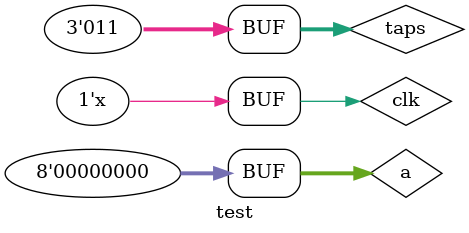
<source format=v>
module test;

    // Inputs
    reg clk;
    reg signed [2:0] taps ;
    reg signed [7:0] a;

    // Outputs
    wire signed [7:0] b;

    // Instantiate the Unit Under Test (UUT)
    preemph uut (
        .clk(clk),
	.taps(taps), 
        .a(a), 
        .b(b)
    );
    
    //Generate a clock with 10 ns clock period.
    initial clk = 0;
    always #5 clk =~clk;

//Initialize and apply the inputs.
    initial begin
/*
  a = -2;taps[0] = -1;taps[1] = 2;taps[2]=-1; #10;
          a = 3;taps[0] = -1;taps[1] = 2;taps[2]=-1; #10;
          a = 7;taps[0] = -1;taps[1] = 2;taps[2]=-1;  #10;
          a = -5;taps[0] = -1;taps[1] = 2;taps[2]=-1; #10;
          a = 6;taps[0] = -1;taps[1] = 2;taps[2]=-1;  #10;
          a = 0;taps[0] = -1;taps[1] = 2;taps[2]=-1;  #10;
*//*
          a = 3;taps = 2; #1650;
          a = 7; taps = 7; #1650;
          a = 5; taps = 2 ;*/  #10;
          a = 0;taps = 3; #10;
          a = 1;taps = 3; #10;
          a = 0; taps = 3; #10;
          a = 1;taps = 3; #10;
          a = 1; taps = 3; #10;
          a = 0; taps = 3; #10;
    end
      
endmodule

</source>
